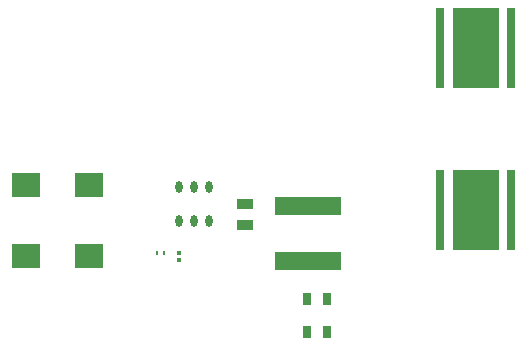
<source format=gtp>
G04*
G04 #@! TF.GenerationSoftware,Altium Limited,Altium Designer,22.10.1 (41)*
G04*
G04 Layer_Color=8421504*
%FSLAX44Y44*%
%MOMM*%
G71*
G04*
G04 #@! TF.SameCoordinates,3906EDFC-F3CD-4CEC-90A2-A8884CA3E33F*
G04*
G04*
G04 #@! TF.FilePolarity,Positive*
G04*
G01*
G75*
%ADD14O,0.6000X1.0000*%
%ADD15R,0.3500X0.4500*%
%ADD16R,2.3300X1.9900*%
%ADD17R,5.7000X1.6000*%
%ADD18R,0.2500X0.3000*%
%ADD19R,1.4000X0.9500*%
%ADD20R,3.9000X6.7600*%
%ADD21R,0.7000X6.7600*%
%ADD22R,0.6500X1.0500*%
D14*
X276860Y195580D02*
D03*
X289560D02*
D03*
X302260D02*
D03*
X276860Y223580D02*
D03*
X289560D02*
D03*
X302260D02*
D03*
D15*
X276860Y168350D02*
D03*
Y161850D02*
D03*
D16*
X200660Y225680D02*
D03*
Y165480D02*
D03*
X147320Y225680D02*
D03*
Y165480D02*
D03*
D17*
X386080Y161280D02*
D03*
Y208280D02*
D03*
D18*
X264112Y168402D02*
D03*
X258112D02*
D03*
D19*
X332740Y191410D02*
D03*
Y209910D02*
D03*
D20*
X527812Y341376D02*
D03*
Y204216D02*
D03*
D21*
X557812Y341376D02*
D03*
X497812D02*
D03*
X557812Y204216D02*
D03*
X497812D02*
D03*
D22*
X385200Y129540D02*
D03*
X402200D02*
D03*
X385200Y101600D02*
D03*
X402200D02*
D03*
M02*

</source>
